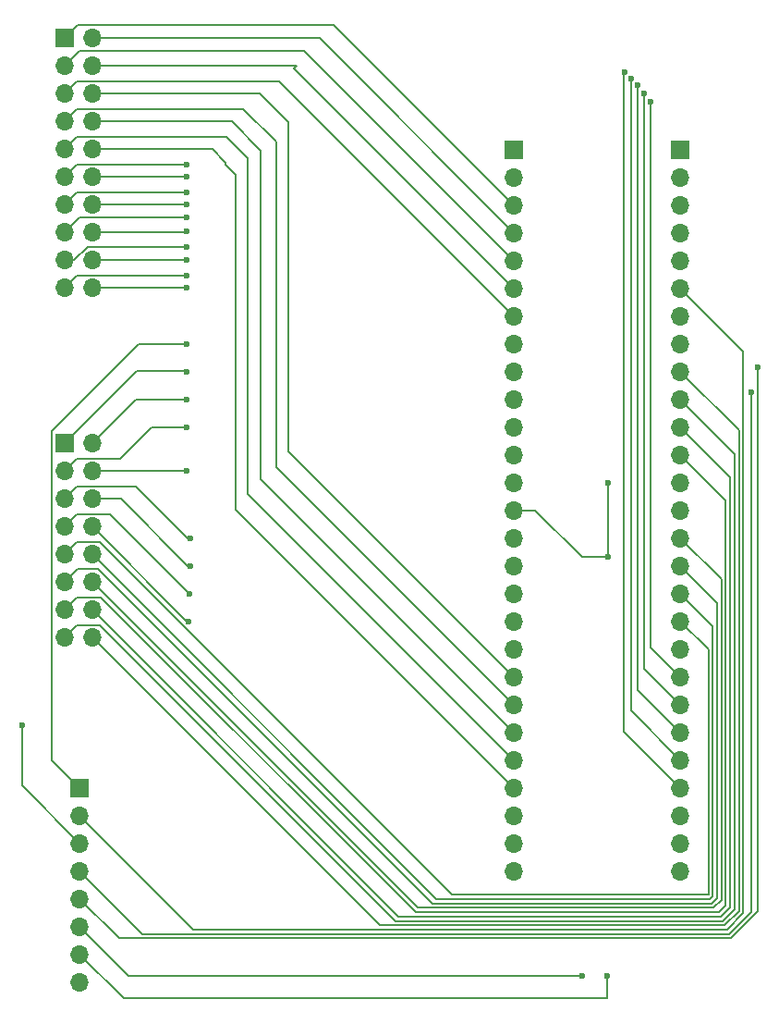
<source format=gbr>
%TF.GenerationSoftware,KiCad,Pcbnew,8.0.4*%
%TF.CreationDate,2024-09-23T22:15:34+08:00*%
%TF.ProjectId,Passive PCB,50617373-6976-4652-9050-43422e6b6963,rev?*%
%TF.SameCoordinates,Original*%
%TF.FileFunction,Copper,L1,Top*%
%TF.FilePolarity,Positive*%
%FSLAX46Y46*%
G04 Gerber Fmt 4.6, Leading zero omitted, Abs format (unit mm)*
G04 Created by KiCad (PCBNEW 8.0.4) date 2024-09-23 22:15:34*
%MOMM*%
%LPD*%
G01*
G04 APERTURE LIST*
%TA.AperFunction,ComponentPad*%
%ADD10R,1.700000X1.700000*%
%TD*%
%TA.AperFunction,ComponentPad*%
%ADD11O,1.700000X1.700000*%
%TD*%
%TA.AperFunction,ViaPad*%
%ADD12C,0.600000*%
%TD*%
%TA.AperFunction,Conductor*%
%ADD13C,0.200000*%
%TD*%
G04 APERTURE END LIST*
D10*
%TO.P,Addr_In,1,Addr_0*%
%TO.N,Net-(J1-Addr_0)*%
X124100000Y-57300000D03*
D11*
%TO.P,Addr_In,2,Addr_1*%
%TO.N,Net-(J1-Addr_1)*%
X126640000Y-57300000D03*
%TO.P,Addr_In,3,Addr_2*%
%TO.N,Net-(J1-Addr_2)*%
X124100000Y-59840000D03*
%TO.P,Addr_In,4,Addr_3*%
%TO.N,Net-(J1-Addr_3)*%
X126640000Y-59840000D03*
%TO.P,Addr_In,5,Addr_4*%
%TO.N,Net-(J1-Addr_4)*%
X124100000Y-62380000D03*
%TO.P,Addr_In,6,Addr_5*%
%TO.N,Net-(J1-Addr_5)*%
X126640000Y-62380000D03*
%TO.P,Addr_In,7,Addr_6*%
%TO.N,Net-(J1-Addr_6)*%
X124100000Y-64920000D03*
%TO.P,Addr_In,8,Addr_7*%
%TO.N,Net-(J1-Addr_7)*%
X126640000Y-64920000D03*
%TO.P,Addr_In,9,Addr_8*%
%TO.N,Net-(J1-Addr_8)*%
X124100000Y-67460000D03*
%TO.P,Addr_In,10,Addr_9*%
%TO.N,Net-(J1-Addr_9)*%
X126640000Y-67460000D03*
%TO.P,Addr_In,11,Addr_10*%
%TO.N,Net-(J1-Addr_10)*%
X124100000Y-70000000D03*
%TO.P,Addr_In,12,Addr_11*%
%TO.N,Net-(J1-Addr_11)*%
X126640000Y-70000000D03*
%TO.P,Addr_In,13,Addr_12*%
%TO.N,Net-(J1-Addr_12)*%
X124100000Y-72540000D03*
%TO.P,Addr_In,14,Addr_13*%
%TO.N,Net-(J1-Addr_13)*%
X126640000Y-72540000D03*
%TO.P,Addr_In,15,Addr_14*%
%TO.N,Net-(J1-Addr_14)*%
X124100000Y-75080000D03*
%TO.P,Addr_In,16,Addr_15*%
%TO.N,Net-(J1-Addr_15)*%
X126640000Y-75080000D03*
%TO.P,Addr_In,17,Addr_16*%
%TO.N,Net-(J1-Addr_16)*%
X124100000Y-77620000D03*
%TO.P,Addr_In,18,Addr_17*%
%TO.N,Net-(J1-Addr_17)*%
X126640000Y-77620000D03*
%TO.P,Addr_In,19,Addr_18*%
%TO.N,Net-(J1-Addr_18)*%
X124100000Y-80160000D03*
%TO.P,Addr_In,20,Addr_19*%
%TO.N,Net-(J1-Addr_19)*%
X126640000Y-80160000D03*
%TD*%
D10*
%TO.P,Data_In,1,Data_0*%
%TO.N,Net-(J2-Data_0)*%
X124096000Y-94400000D03*
D11*
%TO.P,Data_In,2,Data_1*%
%TO.N,Net-(J2-Data_1)*%
X126636000Y-94400000D03*
%TO.P,Data_In,3,Data_2*%
%TO.N,Net-(J2-Data_2)*%
X124096000Y-96940000D03*
%TO.P,Data_In,4,Data_3*%
%TO.N,Net-(J2-Data_3)*%
X126636000Y-96940000D03*
%TO.P,Data_In,5,Data_4*%
%TO.N,Net-(J2-Data_4)*%
X124096000Y-99480000D03*
%TO.P,Data_In,6,Data_5*%
%TO.N,Net-(J2-Data_5)*%
X126636000Y-99480000D03*
%TO.P,Data_In,7,Data_6*%
%TO.N,Net-(J2-Data_6)*%
X124096000Y-102020000D03*
%TO.P,Data_In,8,Data_7*%
%TO.N,Net-(J2-Data_7)*%
X126636000Y-102020000D03*
%TO.P,Data_In,9,Data_8*%
%TO.N,Net-(J2-Data_8)*%
X124096000Y-104560000D03*
%TO.P,Data_In,10,Data_9*%
%TO.N,Net-(J2-Data_9)*%
X126636000Y-104560000D03*
%TO.P,Data_In,11,Data_10*%
%TO.N,Net-(J2-Data_10)*%
X124096000Y-107100000D03*
%TO.P,Data_In,12,Data_11*%
%TO.N,Net-(J2-Data_11)*%
X126636000Y-107100000D03*
%TO.P,Data_In,13,Data_12*%
%TO.N,Net-(J2-Data_12)*%
X124096000Y-109640000D03*
%TO.P,Data_In,14,Data_13*%
%TO.N,Net-(J2-Data_13)*%
X126636000Y-109640000D03*
%TO.P,Data_In,15,Data_14*%
%TO.N,Net-(J2-Data_14)*%
X124096000Y-112180000D03*
%TO.P,Data_In,16,Data_15*%
%TO.N,Net-(J2-Data_15)*%
X126636000Y-112180000D03*
%TD*%
D10*
%TO.P,MRAM,1,NC*%
%TO.N,unconnected-(U1-NC-Pad1)*%
X165286200Y-67512600D03*
D11*
%TO.P,MRAM,2,A19*%
%TO.N,Net-(J1-Addr_19)*%
X165286200Y-70052600D03*
%TO.P,MRAM,3,A0*%
%TO.N,Net-(J1-Addr_0)*%
X165286200Y-72592600D03*
%TO.P,MRAM,4,A1*%
%TO.N,Net-(J1-Addr_1)*%
X165286200Y-75132600D03*
%TO.P,MRAM,5,A2*%
%TO.N,Net-(J1-Addr_2)*%
X165286200Y-77672600D03*
%TO.P,MRAM,6,A3*%
%TO.N,Net-(J1-Addr_3)*%
X165286200Y-80212600D03*
%TO.P,MRAM,7,A4*%
%TO.N,Net-(J1-Addr_4)*%
X165286200Y-82752600D03*
%TO.P,MRAM,8,E_Active_Low*%
%TO.N,Net-(J3-Chip_en)*%
X165286200Y-85292600D03*
%TO.P,MRAM,9,DQ0*%
%TO.N,Net-(J2-Data_0)*%
X165286200Y-87832600D03*
%TO.P,MRAM,10,DQ1*%
%TO.N,Net-(J2-Data_1)*%
X165286200Y-90372600D03*
%TO.P,MRAM,11,DQ2*%
%TO.N,Net-(J2-Data_2)*%
X165286200Y-92912600D03*
%TO.P,MRAM,12,DQ3*%
%TO.N,Net-(J2-Data_3)*%
X165286200Y-95452600D03*
%TO.P,MRAM,13,Vdd*%
%TO.N,Net-(J3-VCC)*%
X165286200Y-97992600D03*
%TO.P,MRAM,14,Vss*%
%TO.N,Net-(J3-Ground)*%
X165286200Y-100532600D03*
%TO.P,MRAM,15,DQ4*%
%TO.N,Net-(J2-Data_4)*%
X165286200Y-103072600D03*
%TO.P,MRAM,16,DQ5*%
%TO.N,Net-(J2-Data_5)*%
X165286200Y-105612600D03*
%TO.P,MRAM,17,DQ6*%
%TO.N,Net-(J2-Data_6)*%
X165286200Y-108152600D03*
%TO.P,MRAM,18,DQ7*%
%TO.N,Net-(J2-Data_7)*%
X165286200Y-110692600D03*
%TO.P,MRAM,19,W_Active_Low*%
%TO.N,Net-(J3-Write_en)*%
X165286200Y-113232600D03*
%TO.P,MRAM,20,A5*%
%TO.N,Net-(J1-Addr_5)*%
X165286200Y-115772600D03*
%TO.P,MRAM,21,A6*%
%TO.N,Net-(J1-Addr_6)*%
X165286200Y-118312600D03*
%TO.P,MRAM,22,A7*%
%TO.N,Net-(J1-Addr_7)*%
X165286200Y-120852600D03*
%TO.P,MRAM,23,A8*%
%TO.N,Net-(J1-Addr_8)*%
X165286200Y-123392600D03*
%TO.P,MRAM,24,A9*%
%TO.N,Net-(J1-Addr_9)*%
X165286200Y-125932600D03*
%TO.P,MRAM,25,NC*%
%TO.N,unconnected-(U1-NC-Pad25)*%
X165286200Y-128472600D03*
%TO.P,MRAM,26,NC*%
%TO.N,unconnected-(U1-NC-Pad26)*%
X165286200Y-131012600D03*
%TO.P,MRAM,27,NC*%
%TO.N,unconnected-(U1-NC-Pad27)*%
X165286200Y-133552600D03*
%TO.P,MRAM,28,NC*%
%TO.N,unconnected-(U1-NC-Pad28)*%
X180525720Y-133553560D03*
%TO.P,MRAM,29,NC*%
%TO.N,unconnected-(U1-NC-Pad29)*%
X180525720Y-131013560D03*
%TO.P,MRAM,30,NC*%
%TO.N,unconnected-(U1-NC-Pad30)*%
X180525720Y-128473560D03*
%TO.P,MRAM,31,A10*%
%TO.N,Net-(J1-Addr_10)*%
X180525720Y-125933560D03*
%TO.P,MRAM,32,A11*%
%TO.N,Net-(J1-Addr_11)*%
X180525720Y-123393560D03*
%TO.P,MRAM,33,A12*%
%TO.N,Net-(J1-Addr_12)*%
X180525720Y-120853560D03*
%TO.P,MRAM,34,A13*%
%TO.N,Net-(J1-Addr_13)*%
X180525720Y-118313560D03*
%TO.P,MRAM,35,A14*%
%TO.N,Net-(J1-Addr_14)*%
X180525720Y-115773560D03*
%TO.P,MRAM,36,DC*%
%TO.N,unconnected-(U1-DC-Pad36)*%
X180525720Y-113233560D03*
%TO.P,MRAM,37,DQ8*%
%TO.N,Net-(J2-Data_8)*%
X180525720Y-110693560D03*
%TO.P,MRAM,38,DQ9*%
%TO.N,Net-(J2-Data_9)*%
X180525720Y-108153560D03*
%TO.P,MRAM,39,DQ10*%
%TO.N,Net-(J2-Data_10)*%
X180525720Y-105613560D03*
%TO.P,MRAM,40,DQ11*%
%TO.N,Net-(J2-Data_11)*%
X180525720Y-103073560D03*
%TO.P,MRAM,41,Vdd*%
%TO.N,Net-(J3-VCC)*%
X180525720Y-100533560D03*
%TO.P,MRAM,42,Vss*%
%TO.N,Net-(J3-Ground)*%
X180525720Y-97993560D03*
%TO.P,MRAM,43,DQ12*%
%TO.N,Net-(J2-Data_12)*%
X180525720Y-95453560D03*
%TO.P,MRAM,44,DQ13*%
%TO.N,Net-(J2-Data_13)*%
X180525720Y-92913560D03*
%TO.P,MRAM,45,DQ14*%
%TO.N,Net-(J2-Data_14)*%
X180525720Y-90373560D03*
%TO.P,MRAM,46,DQ15*%
%TO.N,Net-(J2-Data_15)*%
X180525720Y-87833560D03*
%TO.P,MRAM,47,LB_Active_Low*%
%TO.N,Net-(J3-Lower_Byte_en)*%
X180525720Y-85293560D03*
%TO.P,MRAM,48,UB_Active_Low*%
%TO.N,Net-(J3-Upper_byte_en)*%
X180525720Y-82753560D03*
%TO.P,MRAM,49,R/G__Active_Low*%
%TO.N,Net-(J3-Read_en)*%
X180525720Y-80213560D03*
%TO.P,MRAM,50,A15*%
%TO.N,Net-(J1-Addr_15)*%
X180525720Y-77673560D03*
%TO.P,MRAM,51,A16*%
%TO.N,Net-(J1-Addr_16)*%
X180525720Y-75133560D03*
%TO.P,MRAM,52,A17*%
%TO.N,Net-(J1-Addr_17)*%
X180525720Y-72593560D03*
%TO.P,MRAM,53,A18*%
%TO.N,Net-(J1-Addr_18)*%
X180525720Y-70053560D03*
D10*
%TO.P,MRAM,54,NC*%
%TO.N,unconnected-(U1-NC-Pad54)*%
X180525720Y-67513560D03*
%TD*%
%TO.P,Ctrl_In,1,Chip_en*%
%TO.N,Net-(J3-Chip_en)*%
X125500000Y-125950000D03*
D11*
%TO.P,Ctrl_In,2,Read_en*%
%TO.N,Net-(J3-Read_en)*%
X125500000Y-128490000D03*
%TO.P,Ctrl_In,3,Write_en*%
%TO.N,Net-(J3-Write_en)*%
X125500000Y-131030000D03*
%TO.P,Ctrl_In,4,Lower_Byte_en*%
%TO.N,Net-(J3-Lower_Byte_en)*%
X125500000Y-133570000D03*
%TO.P,Ctrl_In,5,Upper_byte_en*%
%TO.N,Net-(J3-Upper_byte_en)*%
X125500000Y-136110000D03*
%TO.P,Ctrl_In,6,VCC*%
%TO.N,Net-(J3-VCC)*%
X125500000Y-138650000D03*
%TO.P,Ctrl_In,7,Ground*%
%TO.N,Net-(J3-Ground)*%
X125500000Y-141190000D03*
%TO.P,Ctrl_In,8,Not_Connected*%
%TO.N,unconnected-(J3-Not_Connected-Pad8)*%
X125500000Y-143730000D03*
%TD*%
D12*
%TO.N,Net-(J1-Addr_16)*%
X135300000Y-76400000D03*
%TO.N,Net-(J1-Addr_19)*%
X135300000Y-80160000D03*
%TO.N,Net-(J1-Addr_13)*%
X135300000Y-72500000D03*
X177200000Y-62400000D03*
%TO.N,Net-(J1-Addr_11)*%
X135300000Y-70000000D03*
X175985421Y-61000000D03*
%TO.N,Net-(J1-Addr_14)*%
X177800000Y-63100000D03*
X135300000Y-73700000D03*
%TO.N,Net-(J1-Addr_15)*%
X135300000Y-75000000D03*
%TO.N,Net-(J1-Addr_17)*%
X135300000Y-77620000D03*
%TO.N,Net-(J1-Addr_12)*%
X135300000Y-71400000D03*
X176600000Y-61600000D03*
%TO.N,Net-(J1-Addr_10)*%
X135300000Y-68850000D03*
X175400000Y-60400000D03*
%TO.N,Net-(J1-Addr_18)*%
X135300000Y-79010000D03*
%TO.N,Net-(J2-Data_5)*%
X135600000Y-105612600D03*
%TO.N,Net-(J2-Data_4)*%
X135600000Y-103072600D03*
%TO.N,Net-(J2-Data_6)*%
X135552600Y-108152600D03*
%TO.N,Net-(J2-Data_2)*%
X135300000Y-92900000D03*
%TO.N,Net-(J2-Data_1)*%
X135300000Y-90372600D03*
%TO.N,Net-(J2-Data_3)*%
X135300000Y-96940000D03*
%TO.N,Net-(J2-Data_7)*%
X135500000Y-110700000D03*
%TO.N,Net-(J3-Upper_byte_en)*%
X187600000Y-87400000D03*
%TO.N,Net-(J3-VCC)*%
X171500000Y-143100000D03*
%TO.N,Net-(J2-Data_0)*%
X135300000Y-87832600D03*
%TO.N,Net-(J3-Ground)*%
X173900000Y-98000000D03*
X173900000Y-104800000D03*
X173800000Y-143100000D03*
%TO.N,Net-(J3-Write_en)*%
X120200000Y-120200000D03*
%TO.N,Net-(J3-Lower_Byte_en)*%
X187000000Y-89700000D03*
%TO.N,Net-(J3-Chip_en)*%
X135300000Y-85300000D03*
%TD*%
D13*
%TO.N,Net-(J3-Upper_byte_en)*%
X129090000Y-139700000D02*
X185131372Y-139700000D01*
X185131372Y-139700000D02*
X187600000Y-137231372D01*
X125500000Y-136110000D02*
X129090000Y-139700000D01*
X187600000Y-137231372D02*
X187600000Y-87400000D01*
%TO.N,Net-(J1-Addr_5)*%
X126640000Y-62380000D02*
X141980000Y-62380000D01*
X144600000Y-95086400D02*
X165286200Y-115772600D01*
X141980000Y-62380000D02*
X144600000Y-65000000D01*
X144600000Y-65000000D02*
X144600000Y-95086400D01*
%TO.N,Net-(J1-Addr_16)*%
X135300000Y-76400000D02*
X126233654Y-76400000D01*
X126233654Y-76400000D02*
X125013654Y-77620000D01*
X125013654Y-77620000D02*
X124100000Y-77620000D01*
%TO.N,Net-(J1-Addr_8)*%
X140900000Y-68300000D02*
X140900000Y-99006400D01*
X124100000Y-67460000D02*
X125250000Y-66310000D01*
X138910000Y-66310000D02*
X140900000Y-68300000D01*
X140900000Y-99006400D02*
X165286200Y-123392600D01*
X125250000Y-66310000D02*
X138910000Y-66310000D01*
%TO.N,Net-(J1-Addr_19)*%
X135300000Y-80160000D02*
X126640000Y-80160000D01*
%TO.N,Net-(J1-Addr_13)*%
X177200000Y-62400000D02*
X177200000Y-114987840D01*
X135260000Y-72540000D02*
X135300000Y-72500000D01*
X126640000Y-72540000D02*
X135260000Y-72540000D01*
X177200000Y-114987840D02*
X180525720Y-118313560D01*
%TO.N,Net-(J1-Addr_4)*%
X125250000Y-61230000D02*
X143763600Y-61230000D01*
X143763600Y-61230000D02*
X165286200Y-82752600D01*
X124100000Y-62380000D02*
X125250000Y-61230000D01*
%TO.N,Net-(J1-Addr_11)*%
X175985421Y-118853261D02*
X180525720Y-123393560D01*
X126640000Y-70000000D02*
X135300000Y-70000000D01*
X175985421Y-61000000D02*
X175985421Y-118853261D01*
%TO.N,Net-(J1-Addr_14)*%
X177800000Y-113047840D02*
X180525720Y-115773560D01*
X125480000Y-73700000D02*
X135300000Y-73700000D01*
X177800000Y-63100000D02*
X177800000Y-113047840D01*
X124100000Y-75080000D02*
X125480000Y-73700000D01*
%TO.N,Net-(J1-Addr_9)*%
X126640000Y-67460000D02*
X137660000Y-67460000D01*
X139800000Y-100446400D02*
X165286200Y-125932600D01*
X138900000Y-68900000D02*
X139800000Y-69800000D01*
X138900000Y-68700000D02*
X138900000Y-68900000D01*
X137660000Y-67460000D02*
X138900000Y-68700000D01*
X139800000Y-69800000D02*
X139800000Y-100446400D01*
%TO.N,Net-(J1-Addr_6)*%
X140470000Y-63770000D02*
X143500000Y-66800000D01*
X124100000Y-64920000D02*
X125250000Y-63770000D01*
X143500000Y-66800000D02*
X143500000Y-96526400D01*
X143500000Y-96526400D02*
X165286200Y-118312600D01*
X125250000Y-63770000D02*
X140470000Y-63770000D01*
%TO.N,Net-(J1-Addr_15)*%
X126640000Y-75080000D02*
X135220000Y-75080000D01*
X135220000Y-75080000D02*
X135300000Y-75000000D01*
%TO.N,Net-(J1-Addr_17)*%
X135300000Y-77620000D02*
X126640000Y-77620000D01*
%TO.N,Net-(J1-Addr_12)*%
X125250000Y-71390000D02*
X135290000Y-71390000D01*
X124100000Y-72540000D02*
X125250000Y-71390000D01*
X135290000Y-71390000D02*
X135300000Y-71400000D01*
X176600000Y-116927840D02*
X180525720Y-120853560D01*
X176600000Y-61600000D02*
X176600000Y-116927840D01*
%TO.N,Net-(J1-Addr_10)*%
X175400000Y-60400000D02*
X175385421Y-60414579D01*
X175385421Y-120793261D02*
X180525720Y-125933560D01*
X135300000Y-68850000D02*
X125250000Y-68850000D01*
X175385421Y-60414579D02*
X175385421Y-120793261D01*
X125250000Y-68850000D02*
X124100000Y-70000000D01*
%TO.N,Net-(J1-Addr_3)*%
X145340000Y-59840000D02*
X145126800Y-60053200D01*
X145126800Y-60053200D02*
X165286200Y-80212600D01*
X126640000Y-59840000D02*
X145340000Y-59840000D01*
%TO.N,Net-(J1-Addr_1)*%
X147453600Y-57300000D02*
X165286200Y-75132600D01*
X126640000Y-57300000D02*
X147453600Y-57300000D01*
%TO.N,Net-(J1-Addr_2)*%
X124100000Y-59840000D02*
X125490000Y-58450000D01*
X125490000Y-58450000D02*
X146063600Y-58450000D01*
X146063600Y-58450000D02*
X165286200Y-77672600D01*
%TO.N,Net-(J1-Addr_7)*%
X126640000Y-64920000D02*
X139420000Y-64920000D01*
X142100000Y-97666400D02*
X165286200Y-120852600D01*
X139420000Y-64920000D02*
X142100000Y-67600000D01*
X142100000Y-67600000D02*
X142100000Y-97666400D01*
%TO.N,Net-(J1-Addr_18)*%
X135300000Y-79010000D02*
X125250000Y-79010000D01*
X125250000Y-79010000D02*
X124100000Y-80160000D01*
%TO.N,Net-(J2-Data_11)*%
X184300000Y-136197057D02*
X184300000Y-106847840D01*
X156436000Y-136900000D02*
X183597057Y-136900000D01*
X184300000Y-106847840D02*
X180525720Y-103073560D01*
X126636000Y-107100000D02*
X156436000Y-136900000D01*
X183597057Y-136900000D02*
X184300000Y-136197057D01*
%TO.N,Net-(J2-Data_5)*%
X135600000Y-105612600D02*
X135412600Y-105612600D01*
X135412600Y-105612600D02*
X129280000Y-99480000D01*
X129280000Y-99480000D02*
X126636000Y-99480000D01*
%TO.N,Net-(J2-Data_13)*%
X185100000Y-136865686D02*
X185100000Y-97487840D01*
X184265686Y-137700000D02*
X185100000Y-136865686D01*
X185100000Y-97487840D02*
X180525720Y-92913560D01*
X154696000Y-137700000D02*
X184265686Y-137700000D01*
X126636000Y-109640000D02*
X154696000Y-137700000D01*
%TO.N,Net-(J2-Data_8)*%
X183100000Y-113267840D02*
X180525720Y-110693560D01*
X183100000Y-135700000D02*
X183100000Y-113267840D01*
X159642346Y-135700000D02*
X183100000Y-135700000D01*
X125246000Y-103410000D02*
X127352346Y-103410000D01*
X124096000Y-104560000D02*
X125246000Y-103410000D01*
X127352346Y-103410000D02*
X159642346Y-135700000D01*
%TO.N,Net-(J2-Data_15)*%
X185900000Y-93207840D02*
X180525720Y-87833560D01*
X184597058Y-138500000D02*
X185900000Y-137197058D01*
X126636000Y-112180000D02*
X152956000Y-138500000D01*
X152956000Y-138500000D02*
X184597058Y-138500000D01*
X185900000Y-137197058D02*
X185900000Y-93207840D01*
%TO.N,Net-(J2-Data_12)*%
X156270314Y-137300000D02*
X184100000Y-137300000D01*
X184700000Y-136700000D02*
X184700000Y-99627840D01*
X124096000Y-109640000D02*
X125246000Y-108490000D01*
X184100000Y-137300000D02*
X184700000Y-136700000D01*
X125246000Y-108490000D02*
X127460314Y-108490000D01*
X184700000Y-99627840D02*
X180525720Y-95453560D01*
X127460314Y-108490000D02*
X156270314Y-137300000D01*
%TO.N,Net-(J2-Data_4)*%
X135372600Y-103072600D02*
X130630000Y-98330000D01*
X130630000Y-98330000D02*
X125246000Y-98330000D01*
X135600000Y-103072600D02*
X135372600Y-103072600D01*
X125246000Y-98330000D02*
X124096000Y-99480000D01*
%TO.N,Net-(J2-Data_10)*%
X183900000Y-108987840D02*
X180525720Y-105613560D01*
X183431371Y-136500000D02*
X183900000Y-136031371D01*
X125296000Y-105900000D02*
X127200000Y-105900000D01*
X127200000Y-105900000D02*
X157800000Y-136500000D01*
X157800000Y-136500000D02*
X183431371Y-136500000D01*
X124096000Y-107100000D02*
X125296000Y-105900000D01*
X183900000Y-136031371D02*
X183900000Y-108987840D01*
%TO.N,Net-(J2-Data_6)*%
X128270000Y-100870000D02*
X125246000Y-100870000D01*
X135552600Y-108152600D02*
X128270000Y-100870000D01*
X125246000Y-100870000D02*
X124096000Y-102020000D01*
%TO.N,Net-(J2-Data_2)*%
X129210000Y-95790000D02*
X125246000Y-95790000D01*
X132100000Y-92900000D02*
X129210000Y-95790000D01*
X125246000Y-95790000D02*
X124096000Y-96940000D01*
X135300000Y-92900000D02*
X132100000Y-92900000D01*
%TO.N,Net-(J2-Data_1)*%
X135300000Y-90372600D02*
X130663400Y-90372600D01*
X130663400Y-90372600D02*
X126636000Y-94400000D01*
%TO.N,Net-(J2-Data_3)*%
X135300000Y-96940000D02*
X126636000Y-96940000D01*
%TO.N,Net-(J2-Data_7)*%
X126636000Y-102020000D02*
X135316000Y-110700000D01*
X135316000Y-110700000D02*
X135500000Y-110700000D01*
%TO.N,Net-(J2-Data_14)*%
X185500000Y-137031372D02*
X185500000Y-95347840D01*
X184431372Y-138100000D02*
X185500000Y-137031372D01*
X154400000Y-138100000D02*
X184431372Y-138100000D01*
X125246000Y-111030000D02*
X127330000Y-111030000D01*
X124096000Y-112180000D02*
X125246000Y-111030000D01*
X185500000Y-95347840D02*
X180525720Y-90373560D01*
X127330000Y-111030000D02*
X154400000Y-138100000D01*
%TO.N,Net-(J2-Data_9)*%
X183500000Y-135865685D02*
X183500000Y-111127840D01*
X158176000Y-136100000D02*
X183265685Y-136100000D01*
X126636000Y-104560000D02*
X158176000Y-136100000D01*
X183265685Y-136100000D02*
X183500000Y-135865685D01*
X183500000Y-111127840D02*
X180525720Y-108153560D01*
%TO.N,Net-(J3-VCC)*%
X125500000Y-138650000D02*
X129950000Y-143100000D01*
X129950000Y-143100000D02*
X171500000Y-143100000D01*
%TO.N,Net-(J2-Data_0)*%
X130696000Y-87800000D02*
X124096000Y-94400000D01*
X135300000Y-87832600D02*
X135267400Y-87800000D01*
X135267400Y-87800000D02*
X130696000Y-87800000D01*
%TO.N,Net-(J3-Ground)*%
X173900000Y-104800000D02*
X173900000Y-98000000D01*
X167232600Y-100532600D02*
X165286200Y-100532600D01*
X171500000Y-104800000D02*
X167232600Y-100532600D01*
X173900000Y-104800000D02*
X171500000Y-104800000D01*
X173800000Y-145200000D02*
X173800000Y-143100000D01*
X125500000Y-141190000D02*
X129510000Y-145200000D01*
X129510000Y-145200000D02*
X173800000Y-145200000D01*
%TO.N,Net-(J3-Write_en)*%
X120200000Y-125730000D02*
X120200000Y-120200000D01*
X125500000Y-131030000D02*
X120200000Y-125730000D01*
%TO.N,Net-(J3-Lower_Byte_en)*%
X187000000Y-137265686D02*
X187000000Y-89700000D01*
X125500000Y-133570000D02*
X131230000Y-139300000D01*
X184965686Y-139300000D02*
X187000000Y-137265686D01*
X131230000Y-139300000D02*
X184965686Y-139300000D01*
%TO.N,Net-(J3-Read_en)*%
X184800000Y-138900000D02*
X186300000Y-137400000D01*
X135910000Y-138900000D02*
X184800000Y-138900000D01*
X125500000Y-128490000D02*
X135910000Y-138900000D01*
X186300000Y-85987840D02*
X180525720Y-80213560D01*
X186300000Y-137400000D02*
X186300000Y-85987840D01*
%TO.N,Net-(J3-Chip_en)*%
X135300000Y-85300000D02*
X130896000Y-85300000D01*
X122946000Y-93250000D02*
X122946000Y-123396000D01*
X130896000Y-85300000D02*
X122946000Y-93250000D01*
X122946000Y-123396000D02*
X125500000Y-125950000D01*
%TO.N,Net-(J1-Addr_0)*%
X160100000Y-67400000D02*
X160100000Y-67406400D01*
X148800000Y-56100000D02*
X160100000Y-67400000D01*
X124100000Y-57300000D02*
X125300000Y-56100000D01*
X125300000Y-56100000D02*
X148800000Y-56100000D01*
X160100000Y-67406400D02*
X165286200Y-72592600D01*
%TD*%
M02*

</source>
